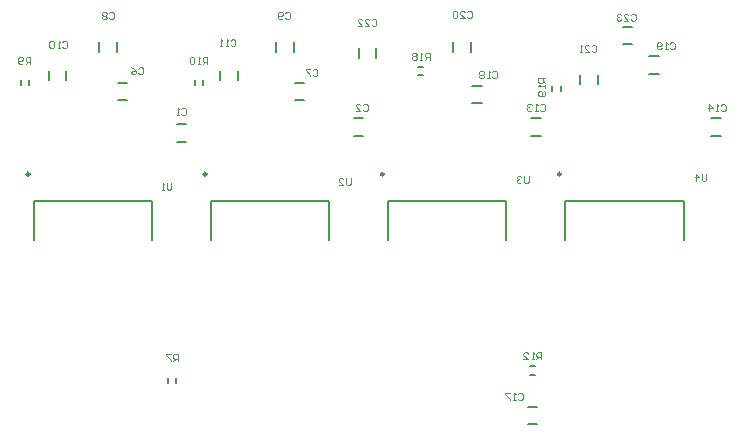
<source format=gbr>
G04 Layer_Color=32896*
%FSLAX42Y42*%
%MOMM*%
%TF.FileFunction,Legend,Bot*%
%TF.Part,Single*%
G01*
G75*
%TA.AperFunction,NonConductor*%
%ADD44C,0.25*%
%ADD45C,0.20*%
%ADD46C,0.12*%
D44*
X962Y2225D02*
G03*
X962Y2225I-12J0D01*
G01*
X3962D02*
G03*
X3962Y2225I-12J0D01*
G01*
X5462Y2225D02*
G03*
X5462Y2225I-12J0D01*
G01*
X2462D02*
G03*
X2462Y2225I-12J0D01*
G01*
D45*
X5985Y3475D02*
X6065D01*
X5985Y3325D02*
X6065D01*
X2365Y2980D02*
Y3020D01*
X2435Y2980D02*
Y3020D01*
X2575Y3020D02*
Y3100D01*
X2725Y3020D02*
Y3100D01*
X2204Y461D02*
Y501D01*
X2134Y461D02*
Y501D01*
X5181Y256D02*
X5261D01*
X5181Y106D02*
X5261D01*
X5199Y597D02*
X5239D01*
X5199Y528D02*
X5239D01*
X1000Y1665D02*
Y2000D01*
X2000D01*
Y1665D02*
Y2000D01*
X4000Y1665D02*
Y2000D01*
X5000D01*
Y1665D02*
Y2000D01*
X5500Y1665D02*
Y2000D01*
X6500D01*
Y1665D02*
Y2000D01*
X6735Y2700D02*
X6815D01*
X6735Y2550D02*
X6815D01*
X2210Y2650D02*
X2290D01*
X2210Y2500D02*
X2290D01*
X1710Y2850D02*
X1790D01*
X1710Y3000D02*
X1790D01*
X1550Y3260D02*
Y3340D01*
X1700Y3260D02*
Y3340D01*
X1125Y3020D02*
Y3100D01*
X1275Y3020D02*
Y3100D01*
X890Y2980D02*
Y3020D01*
X960Y2980D02*
Y3020D01*
X3050Y3260D02*
Y3340D01*
X3200Y3260D02*
Y3340D01*
X3210Y2850D02*
X3290D01*
X3210Y3000D02*
X3290D01*
X3750Y3210D02*
Y3290D01*
X3900Y3210D02*
Y3290D01*
X3710Y2700D02*
X3790D01*
X3710Y2550D02*
X3790D01*
X4255Y3135D02*
X4295D01*
X4255Y3065D02*
X4295D01*
X4710Y2825D02*
X4790D01*
X4710Y2975D02*
X4790D01*
X4550Y3260D02*
Y3340D01*
X4700Y3260D02*
Y3340D01*
X5210Y2700D02*
X5290D01*
X5210Y2550D02*
X5290D01*
X5390Y2930D02*
Y2970D01*
X5460Y2930D02*
Y2970D01*
X6210Y3075D02*
X6290D01*
X6210Y3225D02*
X6290D01*
X5625Y2985D02*
Y3065D01*
X5775Y2985D02*
Y3065D01*
X2500Y1665D02*
Y2000D01*
X3500D01*
Y1665D02*
Y2000D01*
D46*
X6694Y2229D02*
Y2179D01*
X6684Y2169D01*
X6664D01*
X6654Y2179D01*
Y2229D01*
X6604Y2169D02*
Y2229D01*
X6634Y2199D01*
X6594D01*
X5188Y2210D02*
Y2160D01*
X5178Y2150D01*
X5158D01*
X5148Y2160D01*
Y2210D01*
X5128Y2200D02*
X5118Y2210D01*
X5098D01*
X5088Y2200D01*
Y2190D01*
X5098Y2180D01*
X5108D01*
X5098D01*
X5088Y2170D01*
Y2160D01*
X5098Y2150D01*
X5118D01*
X5128Y2160D01*
X2162Y2154D02*
Y2104D01*
X2153Y2094D01*
X2133D01*
X2123Y2104D01*
Y2154D01*
X2103Y2094D02*
X2083D01*
X2093D01*
Y2154D01*
X2103Y2144D01*
X5331Y3038D02*
X5271D01*
Y3008D01*
X5281Y2998D01*
X5301D01*
X5311Y3008D01*
Y3038D01*
Y3018D02*
X5331Y2998D01*
Y2978D02*
Y2958D01*
Y2968D01*
X5271D01*
X5281Y2978D01*
X5321Y2928D02*
X5331Y2918D01*
Y2898D01*
X5321Y2888D01*
X5281D01*
X5271Y2898D01*
Y2918D01*
X5281Y2928D01*
X5291D01*
X5301Y2918D01*
Y2888D01*
X4350Y3194D02*
Y3254D01*
X4320D01*
X4310Y3244D01*
Y3224D01*
X4320Y3214D01*
X4350D01*
X4330D02*
X4310Y3194D01*
X4290D02*
X4270D01*
X4280D01*
Y3254D01*
X4290Y3244D01*
X4240D02*
X4230Y3254D01*
X4210D01*
X4200Y3244D01*
Y3234D01*
X4210Y3224D01*
X4200Y3214D01*
Y3204D01*
X4210Y3194D01*
X4230D01*
X4240Y3204D01*
Y3214D01*
X4230Y3224D01*
X4240Y3234D01*
Y3244D01*
X4230Y3224D02*
X4210D01*
X5294Y656D02*
Y716D01*
X5264D01*
X5254Y706D01*
Y686D01*
X5264Y676D01*
X5294D01*
X5274D02*
X5254Y656D01*
X5234D02*
X5214D01*
X5224D01*
Y716D01*
X5234Y706D01*
X5144Y656D02*
X5184D01*
X5144Y696D01*
Y706D01*
X5154Y716D01*
X5174D01*
X5184Y706D01*
X2469Y3156D02*
Y3216D01*
X2439D01*
X2429Y3206D01*
Y3186D01*
X2439Y3176D01*
X2469D01*
X2449D02*
X2429Y3156D01*
X2409D02*
X2389D01*
X2399D01*
Y3216D01*
X2409Y3206D01*
X2359D02*
X2349Y3216D01*
X2329D01*
X2319Y3206D01*
Y3166D01*
X2329Y3156D01*
X2349D01*
X2359Y3166D01*
Y3206D01*
X969Y3156D02*
Y3216D01*
X939D01*
X929Y3206D01*
Y3186D01*
X939Y3176D01*
X969D01*
X949D02*
X929Y3156D01*
X909Y3166D02*
X899Y3156D01*
X879D01*
X869Y3166D01*
Y3206D01*
X879Y3216D01*
X899D01*
X909Y3206D01*
Y3196D01*
X899Y3186D01*
X869D01*
X2219Y644D02*
Y704D01*
X2189D01*
X2179Y694D01*
Y674D01*
X2189Y664D01*
X2219D01*
X2199D02*
X2179Y644D01*
X2159Y704D02*
X2119D01*
Y694D01*
X2159Y654D01*
Y644D01*
X6054Y3575D02*
X6064Y3585D01*
X6084D01*
X6094Y3575D01*
Y3535D01*
X6084Y3525D01*
X6064D01*
X6054Y3535D01*
X5994Y3525D02*
X6034D01*
X5994Y3565D01*
Y3575D01*
X6004Y3585D01*
X6024D01*
X6034Y3575D01*
X5974D02*
X5964Y3585D01*
X5944D01*
X5934Y3575D01*
Y3565D01*
X5944Y3555D01*
X5954D01*
X5944D01*
X5934Y3545D01*
Y3535D01*
X5944Y3525D01*
X5964D01*
X5974Y3535D01*
X3860Y3531D02*
X3870Y3541D01*
X3890D01*
X3900Y3531D01*
Y3491D01*
X3890Y3481D01*
X3870D01*
X3860Y3491D01*
X3800Y3481D02*
X3840D01*
X3800Y3521D01*
Y3531D01*
X3810Y3541D01*
X3830D01*
X3840Y3531D01*
X3740Y3481D02*
X3780D01*
X3740Y3521D01*
Y3531D01*
X3750Y3541D01*
X3770D01*
X3780Y3531D01*
X5723Y3306D02*
X5733Y3316D01*
X5753D01*
X5762Y3306D01*
Y3266D01*
X5753Y3256D01*
X5733D01*
X5723Y3266D01*
X5663Y3256D02*
X5703D01*
X5663Y3296D01*
Y3306D01*
X5673Y3316D01*
X5693D01*
X5703Y3306D01*
X5643Y3256D02*
X5623D01*
X5633D01*
Y3316D01*
X5643Y3306D01*
X4666Y3594D02*
X4676Y3604D01*
X4696D01*
X4706Y3594D01*
Y3554D01*
X4696Y3544D01*
X4676D01*
X4666Y3554D01*
X4606Y3544D02*
X4646D01*
X4606Y3584D01*
Y3594D01*
X4616Y3604D01*
X4636D01*
X4646Y3594D01*
X4586D02*
X4576Y3604D01*
X4556D01*
X4546Y3594D01*
Y3554D01*
X4556Y3544D01*
X4576D01*
X4586Y3554D01*
Y3594D01*
X6385Y3331D02*
X6395Y3341D01*
X6415D01*
X6425Y3331D01*
Y3291D01*
X6415Y3281D01*
X6395D01*
X6385Y3291D01*
X6365Y3281D02*
X6345D01*
X6355D01*
Y3341D01*
X6365Y3331D01*
X6315Y3291D02*
X6305Y3281D01*
X6285D01*
X6275Y3291D01*
Y3331D01*
X6285Y3341D01*
X6305D01*
X6315Y3331D01*
Y3321D01*
X6305Y3311D01*
X6275D01*
X4879Y3087D02*
X4889Y3097D01*
X4909D01*
X4919Y3087D01*
Y3047D01*
X4909Y3038D01*
X4889D01*
X4879Y3047D01*
X4859Y3038D02*
X4839D01*
X4849D01*
Y3097D01*
X4859Y3087D01*
X4809D02*
X4799Y3097D01*
X4779D01*
X4769Y3087D01*
Y3077D01*
X4779Y3067D01*
X4769Y3057D01*
Y3047D01*
X4779Y3038D01*
X4799D01*
X4809Y3047D01*
Y3057D01*
X4799Y3067D01*
X4809Y3077D01*
Y3087D01*
X4799Y3067D02*
X4779D01*
X5098Y362D02*
X5108Y372D01*
X5128D01*
X5138Y362D01*
Y322D01*
X5128Y312D01*
X5108D01*
X5098Y322D01*
X5078Y312D02*
X5058D01*
X5068D01*
Y372D01*
X5078Y362D01*
X5028Y372D02*
X4988D01*
Y362D01*
X5028Y322D01*
Y312D01*
X6816Y2806D02*
X6826Y2816D01*
X6846D01*
X6856Y2806D01*
Y2766D01*
X6846Y2756D01*
X6826D01*
X6816Y2766D01*
X6796Y2756D02*
X6776D01*
X6786D01*
Y2816D01*
X6796Y2806D01*
X6716Y2756D02*
Y2816D01*
X6746Y2786D01*
X6706D01*
X5285Y2812D02*
X5295Y2822D01*
X5315D01*
X5325Y2812D01*
Y2772D01*
X5315Y2762D01*
X5295D01*
X5285Y2772D01*
X5265Y2762D02*
X5245D01*
X5255D01*
Y2822D01*
X5265Y2812D01*
X5215D02*
X5205Y2822D01*
X5185D01*
X5175Y2812D01*
Y2802D01*
X5185Y2792D01*
X5195D01*
X5185D01*
X5175Y2782D01*
Y2772D01*
X5185Y2762D01*
X5205D01*
X5215Y2772D01*
X2666Y3356D02*
X2676Y3366D01*
X2696D01*
X2706Y3356D01*
Y3316D01*
X2696Y3306D01*
X2676D01*
X2666Y3316D01*
X2646Y3306D02*
X2626D01*
X2636D01*
Y3366D01*
X2646Y3356D01*
X2596Y3306D02*
X2576D01*
X2586D01*
Y3366D01*
X2596Y3356D01*
X1241Y3344D02*
X1251Y3354D01*
X1271D01*
X1281Y3344D01*
Y3304D01*
X1271Y3294D01*
X1251D01*
X1241Y3304D01*
X1221Y3294D02*
X1201D01*
X1211D01*
Y3354D01*
X1221Y3344D01*
X1171D02*
X1161Y3354D01*
X1141D01*
X1131Y3344D01*
Y3304D01*
X1141Y3294D01*
X1161D01*
X1171Y3304D01*
Y3344D01*
X3129Y3587D02*
X3139Y3597D01*
X3159D01*
X3169Y3587D01*
Y3547D01*
X3159Y3538D01*
X3139D01*
X3129Y3547D01*
X3109D02*
X3099Y3538D01*
X3079D01*
X3069Y3547D01*
Y3587D01*
X3079Y3597D01*
X3099D01*
X3109Y3587D01*
Y3577D01*
X3099Y3567D01*
X3069D01*
X1635Y3587D02*
X1645Y3597D01*
X1665D01*
X1675Y3587D01*
Y3547D01*
X1665Y3538D01*
X1645D01*
X1635Y3547D01*
X1615Y3587D02*
X1605Y3597D01*
X1585D01*
X1575Y3587D01*
Y3577D01*
X1585Y3567D01*
X1575Y3557D01*
Y3547D01*
X1585Y3538D01*
X1605D01*
X1615Y3547D01*
Y3557D01*
X1605Y3567D01*
X1615Y3577D01*
Y3587D01*
X1605Y3567D02*
X1585D01*
X3360Y3106D02*
X3370Y3116D01*
X3390D01*
X3400Y3106D01*
Y3066D01*
X3390Y3056D01*
X3370D01*
X3360Y3066D01*
X3340Y3116D02*
X3300D01*
Y3106D01*
X3340Y3066D01*
Y3056D01*
X1885Y3119D02*
X1895Y3129D01*
X1915D01*
X1925Y3119D01*
Y3079D01*
X1915Y3069D01*
X1895D01*
X1885Y3079D01*
X1825Y3129D02*
X1845Y3119D01*
X1865Y3099D01*
Y3079D01*
X1855Y3069D01*
X1835D01*
X1825Y3079D01*
Y3089D01*
X1835Y3099D01*
X1865D01*
X3785Y2812D02*
X3795Y2822D01*
X3815D01*
X3825Y2812D01*
Y2772D01*
X3815Y2762D01*
X3795D01*
X3785Y2772D01*
X3725Y2762D02*
X3765D01*
X3725Y2802D01*
Y2812D01*
X3735Y2822D01*
X3755D01*
X3765Y2812D01*
X2248Y2775D02*
X2258Y2785D01*
X2278D01*
X2288Y2775D01*
Y2735D01*
X2278Y2725D01*
X2258D01*
X2248Y2735D01*
X2228Y2725D02*
X2208D01*
X2218D01*
Y2785D01*
X2228Y2775D01*
X3681Y2191D02*
Y2141D01*
X3671Y2131D01*
X3651D01*
X3641Y2141D01*
Y2191D01*
X3581Y2131D02*
X3621D01*
X3581Y2171D01*
Y2181D01*
X3591Y2191D01*
X3611D01*
X3621Y2181D01*
%TF.MD5,014657c6c7ca2d8373e4a968ab837622*%
M02*

</source>
